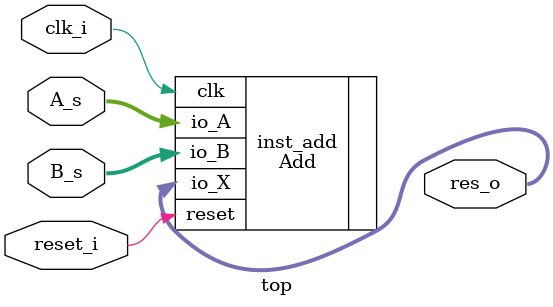
<source format=v>
`timescale 1ns/1ps

module top(
input   clk_i,
input   reset_i,
input   [7:0] A_s,
input   [7:0] B_s,
output  reg [7:0] res_o
);

Add inst_add(
    .io_A(A_s),
    .io_B(B_s),
    .io_X(res_o),
    .clk(clk_i),
    .reset(reset_i)
);

initial begin
    //$dumpfile("dump.vcd");
    //$dumpvars;
end

endmodule
</source>
